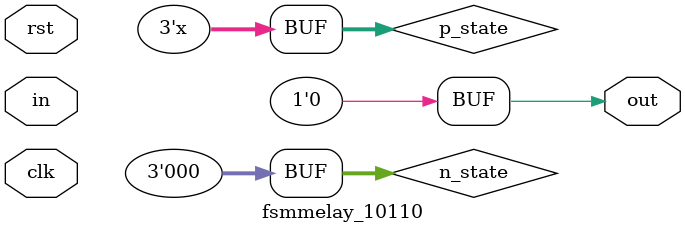
<source format=v>
module fsmmelay_10110(in,out,clk,rst);
input in,clk,rst;
output reg out;
parameter A=3'b000,B=3'b001,C=3'b010,D=3'b011,E=3'b100;
reg [2:0]p_state,n_state;

always@(posedge clk,posedge rst)
begin
 if(rst)
 begin
      n_state<=A;
     p_state<=n_state;
      out<=1'b0; 
 end

  else
       p_state<=n_state;
end

always@(p_state)
begin 
    case(p_state)
     A:begin
      if(in)
       begin  
        n_state<=B;
        p_state<=n_state;
        out<=1'b0;
       end
      else
       begin  
        n_state<=A;
        p_state<=n_state;
        out<=1'b0;
       end
      end


     B:begin
      if(in)
       begin  
        n_state<=B;
        p_state<=n_state;
        out<=1'b0;
       end
      else
       begin  
        n_state<=C;
        p_state<=n_state;
        out<=1'b0;
       end
      end


     C:begin
      if(in)
       begin  
        n_state<=D;
        p_state<=n_state;
        out<=1'b0;
       end
      else
       begin  
        n_state<=A;
        p_state<=n_state;
        out<=1'b0;
       end
      end


     D:begin
      if(in)
       begin  
        n_state<=E;
        p_state<=n_state;
        out<=1'b0;
       end
      else
       begin  
        n_state<=C;
        p_state<=n_state;
        out<=1'b0;
       end
      end


     E:begin
      if(in)
       begin  
        n_state<=B;
        p_state<=n_state;
        out<=1'b0;
       end
      else
       begin  
        n_state<=C;
        p_state<=n_state;
        out<=1'b1;
       end
      end


     default: begin
      n_state<=A;
      p_state<=n_state;
        out<=1'b0;
      end


    endcase
end

endmodule
</source>
